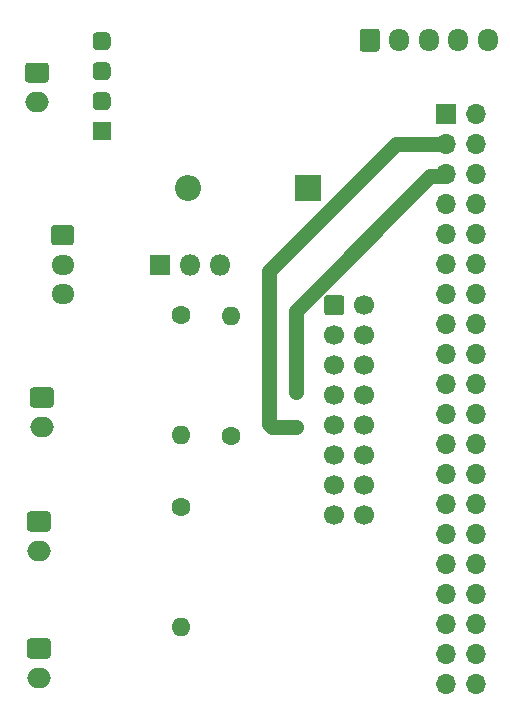
<source format=gbr>
%TF.GenerationSoftware,KiCad,Pcbnew,(5.1.8-0-10_14)*%
%TF.CreationDate,2021-05-20T11:29:51-04:00*%
%TF.ProjectId,PiHat,50694861-742e-46b6-9963-61645f706362,rev?*%
%TF.SameCoordinates,PX9b0780PY44cb540*%
%TF.FileFunction,Copper,L1,Top*%
%TF.FilePolarity,Positive*%
%FSLAX46Y46*%
G04 Gerber Fmt 4.6, Leading zero omitted, Abs format (unit mm)*
G04 Created by KiCad (PCBNEW (5.1.8-0-10_14)) date 2021-05-20 11:29:51*
%MOMM*%
%LPD*%
G01*
G04 APERTURE LIST*
%TA.AperFunction,ComponentPad*%
%ADD10O,1.600000X1.600000*%
%TD*%
%TA.AperFunction,ComponentPad*%
%ADD11C,1.600000*%
%TD*%
%TA.AperFunction,ComponentPad*%
%ADD12O,2.000000X1.700000*%
%TD*%
%TA.AperFunction,ComponentPad*%
%ADD13O,1.700000X1.950000*%
%TD*%
%TA.AperFunction,ComponentPad*%
%ADD14O,1.950000X1.700000*%
%TD*%
%TA.AperFunction,ComponentPad*%
%ADD15C,1.700000*%
%TD*%
%TA.AperFunction,ComponentPad*%
%ADD16O,1.700000X1.700000*%
%TD*%
%TA.AperFunction,ComponentPad*%
%ADD17R,1.700000X1.700000*%
%TD*%
%TA.AperFunction,ComponentPad*%
%ADD18R,1.524000X1.524000*%
%TD*%
%TA.AperFunction,ComponentPad*%
%ADD19O,1.800000X1.800000*%
%TD*%
%TA.AperFunction,ComponentPad*%
%ADD20R,1.800000X1.800000*%
%TD*%
%TA.AperFunction,ComponentPad*%
%ADD21O,2.200000X2.200000*%
%TD*%
%TA.AperFunction,ComponentPad*%
%ADD22R,2.200000X2.200000*%
%TD*%
%TA.AperFunction,ViaPad*%
%ADD23C,0.800000*%
%TD*%
%TA.AperFunction,Conductor*%
%ADD24C,1.250000*%
%TD*%
G04 APERTURE END LIST*
D10*
%TO.P,R2,2*%
%TO.N,GND*%
X18250000Y7840000D03*
D11*
%TO.P,R2,1*%
%TO.N,ZProbe3V3*%
X18250000Y18000000D03*
%TD*%
D10*
%TO.P,R1,2*%
%TO.N,ZProbe3V3*%
X18250000Y24090000D03*
D11*
%TO.P,R1,1*%
%TO.N,ZProbeIn*%
X18250000Y34250000D03*
%TD*%
D12*
%TO.P,J8,2*%
%TO.N,GND*%
X6250000Y14250000D03*
%TO.P,J8,1*%
%TO.N,+5V*%
%TA.AperFunction,ComponentPad*%
G36*
G01*
X5500000Y17600000D02*
X7000000Y17600000D01*
G75*
G02*
X7250000Y17350000I0J-250000D01*
G01*
X7250000Y16150000D01*
G75*
G02*
X7000000Y15900000I-250000J0D01*
G01*
X5500000Y15900000D01*
G75*
G02*
X5250000Y16150000I0J250000D01*
G01*
X5250000Y17350000D01*
G75*
G02*
X5500000Y17600000I250000J0D01*
G01*
G37*
%TD.AperFunction*%
%TD*%
D13*
%TO.P,J7,5*%
%TO.N,GND*%
X44250000Y57500000D03*
%TO.P,J7,4*%
X41750000Y57500000D03*
%TO.P,J7,3*%
%TO.N,UVControl*%
X39250000Y57500000D03*
%TO.P,J7,2*%
%TO.N,+24V*%
X36750000Y57500000D03*
%TO.P,J7,1*%
%TA.AperFunction,ComponentPad*%
G36*
G01*
X33400000Y56775000D02*
X33400000Y58225000D01*
G75*
G02*
X33650000Y58475000I250000J0D01*
G01*
X34850000Y58475000D01*
G75*
G02*
X35100000Y58225000I0J-250000D01*
G01*
X35100000Y56775000D01*
G75*
G02*
X34850000Y56525000I-250000J0D01*
G01*
X33650000Y56525000D01*
G75*
G02*
X33400000Y56775000I0J250000D01*
G01*
G37*
%TD.AperFunction*%
%TD*%
D14*
%TO.P,J5,3*%
%TO.N,ZProbeIn*%
X8250000Y36000000D03*
%TO.P,J5,2*%
%TO.N,LaserGnd*%
X8250000Y38500000D03*
%TO.P,J5,1*%
%TO.N,+5V*%
%TA.AperFunction,ComponentPad*%
G36*
G01*
X7525000Y41850000D02*
X8975000Y41850000D01*
G75*
G02*
X9225000Y41600000I0J-250000D01*
G01*
X9225000Y40400000D01*
G75*
G02*
X8975000Y40150000I-250000J0D01*
G01*
X7525000Y40150000D01*
G75*
G02*
X7275000Y40400000I0J250000D01*
G01*
X7275000Y41600000D01*
G75*
G02*
X7525000Y41850000I250000J0D01*
G01*
G37*
%TD.AperFunction*%
%TD*%
D15*
%TO.P,J6,16*%
%TO.N,T_IRQ*%
X33790000Y17288000D03*
%TO.P,J6,14*%
%TO.N,SLCK*%
X33790000Y19828000D03*
%TO.P,J6,12*%
%TO.N,MISO*%
X33790000Y22368000D03*
%TO.P,J6,10*%
%TO.N,MOSI*%
X33790000Y24908000D03*
%TO.P,J6,8*%
%TO.N,RESET*%
X33790000Y27448000D03*
%TO.P,J6,6*%
%TO.N,DC*%
X33790000Y29988000D03*
%TO.P,J6,4*%
%TO.N,CS*%
X33790000Y32528000D03*
%TO.P,J6,2*%
%TO.N,+3V3*%
X33790000Y35068000D03*
%TO.P,J6,15*%
%TO.N,T_CS*%
X31250000Y17288000D03*
%TO.P,J6,13*%
%TO.N,SLCK*%
X31250000Y19828000D03*
%TO.P,J6,11*%
%TO.N,MISO*%
X31250000Y22368000D03*
%TO.P,J6,9*%
%TO.N,MOSI*%
X31250000Y24908000D03*
%TO.P,J6,7*%
%TO.N,SDA*%
X31250000Y27448000D03*
%TO.P,J6,5*%
%TO.N,SCL*%
X31250000Y29988000D03*
%TO.P,J6,3*%
%TO.N,GND*%
X31250000Y32528000D03*
%TO.P,J6,1*%
%TO.N,+3V3*%
%TA.AperFunction,ComponentPad*%
G36*
G01*
X30400000Y34468000D02*
X30400000Y35668000D01*
G75*
G02*
X30650000Y35918000I250000J0D01*
G01*
X31850000Y35918000D01*
G75*
G02*
X32100000Y35668000I0J-250000D01*
G01*
X32100000Y34468000D01*
G75*
G02*
X31850000Y34218000I-250000J0D01*
G01*
X30650000Y34218000D01*
G75*
G02*
X30400000Y34468000I0J250000D01*
G01*
G37*
%TD.AperFunction*%
%TD*%
D16*
%TO.P,J1,40*%
%TO.N,Net-(J1-Pad40)*%
X43290000Y2990000D03*
%TO.P,J1,39*%
%TO.N,GND*%
X40750000Y2990000D03*
%TO.P,J1,38*%
%TO.N,Net-(J1-Pad38)*%
X43290000Y5530000D03*
%TO.P,J1,37*%
%TO.N,LaserControl*%
X40750000Y5530000D03*
%TO.P,J1,36*%
%TO.N,Net-(J1-Pad36)*%
X43290000Y8070000D03*
%TO.P,J1,35*%
%TO.N,ZProbe3V3*%
X40750000Y8070000D03*
%TO.P,J1,34*%
%TO.N,Net-(J1-Pad34)*%
X43290000Y10610000D03*
%TO.P,J1,33*%
%TO.N,Net-(J1-Pad33)*%
X40750000Y10610000D03*
%TO.P,J1,32*%
%TO.N,Net-(J1-Pad32)*%
X43290000Y13150000D03*
%TO.P,J1,31*%
%TO.N,T_CS*%
X40750000Y13150000D03*
%TO.P,J1,30*%
%TO.N,Net-(J1-Pad30)*%
X43290000Y15690000D03*
%TO.P,J1,29*%
%TO.N,T_IRQ*%
X40750000Y15690000D03*
%TO.P,J1,28*%
%TO.N,Net-(J1-Pad28)*%
X43290000Y18230000D03*
%TO.P,J1,27*%
%TO.N,Net-(J1-Pad27)*%
X40750000Y18230000D03*
%TO.P,J1,26*%
%TO.N,Net-(J1-Pad26)*%
X43290000Y20770000D03*
%TO.P,J1,25*%
%TO.N,Net-(J1-Pad25)*%
X40750000Y20770000D03*
%TO.P,J1,24*%
%TO.N,Net-(J1-Pad24)*%
X43290000Y23310000D03*
%TO.P,J1,23*%
%TO.N,SLCK*%
X40750000Y23310000D03*
%TO.P,J1,22*%
%TO.N,Net-(J1-Pad22)*%
X43290000Y25850000D03*
%TO.P,J1,21*%
%TO.N,MISO*%
X40750000Y25850000D03*
%TO.P,J1,20*%
%TO.N,Net-(J1-Pad20)*%
X43290000Y28390000D03*
%TO.P,J1,19*%
%TO.N,MOSI*%
X40750000Y28390000D03*
%TO.P,J1,18*%
%TO.N,Net-(J1-Pad18)*%
X43290000Y30930000D03*
%TO.P,J1,17*%
%TO.N,Net-(J1-Pad17)*%
X40750000Y30930000D03*
%TO.P,J1,16*%
%TO.N,Net-(J1-Pad16)*%
X43290000Y33470000D03*
%TO.P,J1,15*%
%TO.N,RESET*%
X40750000Y33470000D03*
%TO.P,J1,14*%
%TO.N,Net-(J1-Pad14)*%
X43290000Y36010000D03*
%TO.P,J1,13*%
%TO.N,DC*%
X40750000Y36010000D03*
%TO.P,J1,12*%
%TO.N,Net-(J1-Pad12)*%
X43290000Y38550000D03*
%TO.P,J1,11*%
%TO.N,CS*%
X40750000Y38550000D03*
%TO.P,J1,10*%
%TO.N,Net-(J1-Pad10)*%
X43290000Y41090000D03*
%TO.P,J1,9*%
%TO.N,Net-(J1-Pad9)*%
X40750000Y41090000D03*
%TO.P,J1,8*%
%TO.N,UVControl*%
X43290000Y43630000D03*
%TO.P,J1,7*%
%TO.N,Net-(J1-Pad7)*%
X40750000Y43630000D03*
%TO.P,J1,6*%
%TO.N,GND*%
X43290000Y46170000D03*
%TO.P,J1,5*%
%TO.N,SCL*%
X40750000Y46170000D03*
%TO.P,J1,4*%
%TO.N,Net-(J1-Pad4)*%
X43290000Y48710000D03*
%TO.P,J1,3*%
%TO.N,SDA*%
X40750000Y48710000D03*
%TO.P,J1,2*%
%TO.N,+5V*%
X43290000Y51250000D03*
D17*
%TO.P,J1,1*%
%TO.N,+3V3*%
X40750000Y51250000D03*
%TD*%
D12*
%TO.P,J3,2*%
%TO.N,GND*%
X6500000Y24750000D03*
%TO.P,J3,1*%
%TO.N,+5V*%
%TA.AperFunction,ComponentPad*%
G36*
G01*
X5750000Y28100000D02*
X7250000Y28100000D01*
G75*
G02*
X7500000Y27850000I0J-250000D01*
G01*
X7500000Y26650000D01*
G75*
G02*
X7250000Y26400000I-250000J0D01*
G01*
X5750000Y26400000D01*
G75*
G02*
X5500000Y26650000I0J250000D01*
G01*
X5500000Y27850000D01*
G75*
G02*
X5750000Y28100000I250000J0D01*
G01*
G37*
%TD.AperFunction*%
%TD*%
%TO.P,U1,4*%
%TO.N,Net-(U1-Pad4)*%
%TA.AperFunction,ComponentPad*%
G36*
G01*
X11931000Y56648000D02*
X11169000Y56648000D01*
G75*
G02*
X10788000Y57029000I0J381000D01*
G01*
X10788000Y57791000D01*
G75*
G02*
X11169000Y58172000I381000J0D01*
G01*
X11931000Y58172000D01*
G75*
G02*
X12312000Y57791000I0J-381000D01*
G01*
X12312000Y57029000D01*
G75*
G02*
X11931000Y56648000I-381000J0D01*
G01*
G37*
%TD.AperFunction*%
%TO.P,U1,3*%
%TO.N,+24V*%
%TA.AperFunction,ComponentPad*%
G36*
G01*
X11931000Y54108000D02*
X11169000Y54108000D01*
G75*
G02*
X10788000Y54489000I0J381000D01*
G01*
X10788000Y55251000D01*
G75*
G02*
X11169000Y55632000I381000J0D01*
G01*
X11931000Y55632000D01*
G75*
G02*
X12312000Y55251000I0J-381000D01*
G01*
X12312000Y54489000D01*
G75*
G02*
X11931000Y54108000I-381000J0D01*
G01*
G37*
%TD.AperFunction*%
%TO.P,U1,2*%
%TO.N,GND*%
%TA.AperFunction,ComponentPad*%
G36*
G01*
X11931000Y51568000D02*
X11169000Y51568000D01*
G75*
G02*
X10788000Y51949000I0J381000D01*
G01*
X10788000Y52711000D01*
G75*
G02*
X11169000Y53092000I381000J0D01*
G01*
X11931000Y53092000D01*
G75*
G02*
X12312000Y52711000I0J-381000D01*
G01*
X12312000Y51949000D01*
G75*
G02*
X11931000Y51568000I-381000J0D01*
G01*
G37*
%TD.AperFunction*%
D18*
%TO.P,U1,1*%
%TO.N,Net-(D1-Pad2)*%
X11550000Y49790000D03*
%TD*%
D19*
%TO.P,Q1,3*%
%TO.N,Net-(Q1-Pad3)*%
X21580000Y38500000D03*
%TO.P,Q1,2*%
%TO.N,LaserGnd*%
X19040000Y38500000D03*
D20*
%TO.P,Q1,1*%
%TO.N,GND*%
X16500000Y38500000D03*
%TD*%
D21*
%TO.P,D1,2*%
%TO.N,Net-(D1-Pad2)*%
X18840000Y45000000D03*
D22*
%TO.P,D1,1*%
%TO.N,+5V*%
X29000000Y45000000D03*
%TD*%
%TO.P,J2,1*%
%TO.N,+24V*%
%TA.AperFunction,ComponentPad*%
G36*
G01*
X5334000Y55600000D02*
X6834000Y55600000D01*
G75*
G02*
X7084000Y55350000I0J-250000D01*
G01*
X7084000Y54150000D01*
G75*
G02*
X6834000Y53900000I-250000J0D01*
G01*
X5334000Y53900000D01*
G75*
G02*
X5084000Y54150000I0J250000D01*
G01*
X5084000Y55350000D01*
G75*
G02*
X5334000Y55600000I250000J0D01*
G01*
G37*
%TD.AperFunction*%
D12*
%TO.P,J2,2*%
%TO.N,GND*%
X6084000Y52250000D03*
%TD*%
%TO.P,J4,2*%
%TO.N,GND*%
X6250000Y3500000D03*
%TO.P,J4,1*%
%TO.N,+5V*%
%TA.AperFunction,ComponentPad*%
G36*
G01*
X5500000Y6850000D02*
X7000000Y6850000D01*
G75*
G02*
X7250000Y6600000I0J-250000D01*
G01*
X7250000Y5400000D01*
G75*
G02*
X7000000Y5150000I-250000J0D01*
G01*
X5500000Y5150000D01*
G75*
G02*
X5250000Y5400000I0J250000D01*
G01*
X5250000Y6600000D01*
G75*
G02*
X5500000Y6850000I250000J0D01*
G01*
G37*
%TD.AperFunction*%
%TD*%
D11*
%TO.P,R3,1*%
%TO.N,LaserControl*%
X22500000Y24000000D03*
D10*
%TO.P,R3,2*%
%TO.N,Net-(Q1-Pad3)*%
X22500000Y34160000D03*
%TD*%
D23*
%TO.N,SCL*%
X28000000Y27750000D03*
%TO.N,SDA*%
X28000000Y24750000D03*
%TD*%
D24*
%TO.N,SCL*%
X28000000Y27750000D02*
X28000000Y34609008D01*
X39390992Y46000000D02*
X40500000Y46000000D01*
X28000000Y34609008D02*
X39390992Y46000000D01*
%TO.N,SDA*%
X28000000Y24750000D02*
X26000000Y24750000D01*
X26000000Y24750000D02*
X25750000Y25000000D01*
X36525002Y48750000D02*
X40750000Y48750000D01*
X25750000Y37974998D02*
X36525002Y48750000D01*
X25750000Y25000000D02*
X25750000Y37974998D01*
%TD*%
M02*

</source>
